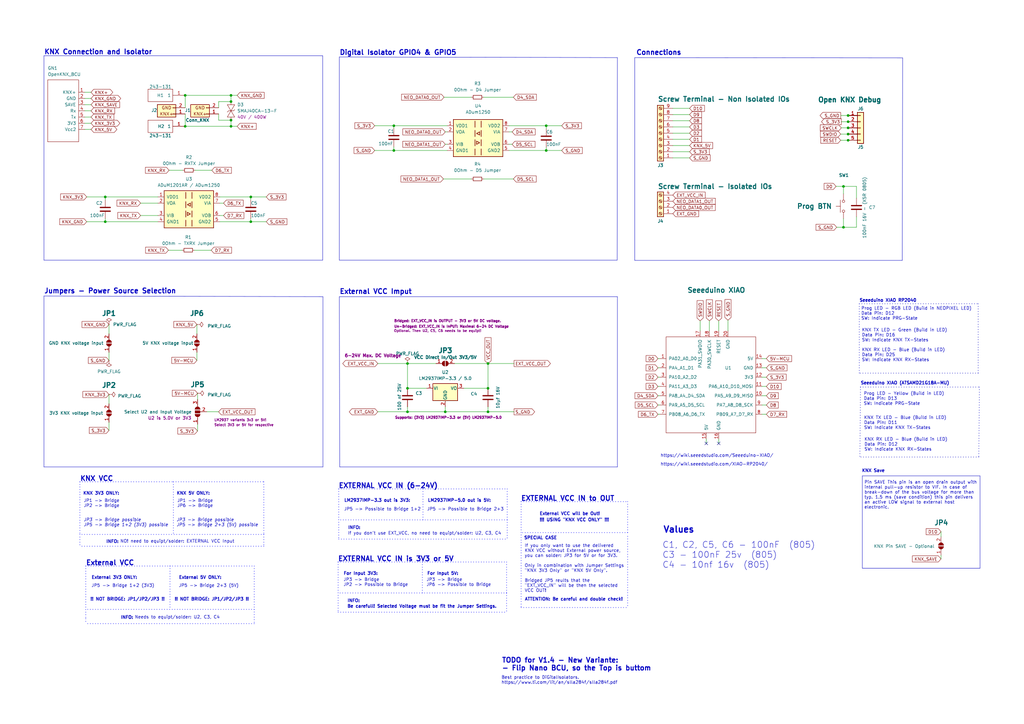
<source format=kicad_sch>
(kicad_sch (version 20230121) (generator eeschema)
  (paper "A3")
  (title_block (title "KNEoPix") (date "2023-02-12") (rev "1.3") (company "OpenKNX") (comment 2 "URL: https://github.com/OpenKNX") (comment 3 "Author: Erkan Çolak"))
  (lib_symbols
    (symbol "KNeoPix.symbols:243-131" (pin_names (offset 0.762))
      (property "Reference" "H" (at 16.51 7.62 0))
      (property "Value" "243-131" (at 16.51 5.08 0))
      (symbol "243-131_0_0"
        (pin passive line (at 0 0 0) (length 5.08) (name "1") (number "1"))
      )
    )
    (symbol "KNeoPix.symbols:ADuM1201AR" (pin_names (offset 1.016))
      (property "Reference" "U" (at -10.16 8.89 0))
      (property "Value" "ADuM1201AR" (at -2.032 8.89 0))
      (symbol "ADuM1201AR_1_1"
        (pin power_in line (at -12.7 5.08 0) (length 2.54) (name "VDD1") (number "1"))
        (pin output line (at -12.7 2.54 0) (length 2.54) (name "VOA") (number "2"))
        (pin input line (at -12.7 -2.54 0) (length 2.54) (name "VIB") (number "3"))
        (pin power_in line (at -12.7 -5.08 0) (length 2.54) (name "GND1") (number "4"))
        (pin power_in line (at 12.7 -5.08 180) (length 2.54) (name "GND2") (number "5"))
        (pin output line (at 12.7 -2.54 180) (length 2.54) (name "VOB") (number "6"))
        (pin input line (at 12.7 2.54 180) (length 2.54) (name "VIA") (number "7"))
        (pin power_in line (at 12.7 5.08 180) (length 2.54) (name "VDD2") (number "8"))
      )
    )
    (symbol "KNeoPix.symbols:C" (pin_numbers hide) (pin_names (offset 0.254))
      (property "Reference" "C" (at 0.635 2.54 0))
      (property "Value" "C" (at 0.635 -2.54 0))
      (symbol "C_1_1"
        (pin passive line (at 0 3.81 270) (length 2.794) (name "~") (number "1"))
        (pin passive line (at 0 -3.81 90) (length 2.794) (name "~") (number "2"))
      )
    )
    (symbol "KNeoPix.symbols:Conn_01x05" (pin_names (offset 1.016) hide)
      (property "Reference" "J" (at 0 7.62 0))
      (property "Value" "Conn_01x05" (at 0 -7.62 0))
      (symbol "Conn_01x05_1_1"
        (pin passive line (at -5.08 5.08 0) (length 3.81) (name "Pin_1") (number "1"))
        (pin passive line (at -5.08 2.54 0) (length 3.81) (name "Pin_2") (number "2"))
        (pin passive line (at -5.08 0 0) (length 3.81) (name "Pin_3") (number "3"))
        (pin passive line (at -5.08 -2.54 0) (length 3.81) (name "Pin_4") (number "4"))
        (pin passive line (at -5.08 -5.08 0) (length 3.81) (name "Pin_5") (number "5"))
      )
    )
    (symbol "KNeoPix.symbols:Conn_KNX" (pin_names (offset 1.016) hide)
      (property "Reference" "J" (at 0 2.54 0))
      (property "Value" "Conn_KNX" (at 0 -5.08 0))
      (symbol "Conn_KNX_0_0"
        (text "GND" (at 2.54 -2.54 0) (effects (font (size 1.27 1.27))))
        (text "KNX+" (at 2.54 0 0) (effects (font (size 1.27 1.27))))
      )
      (symbol "Conn_KNX_1_1"
        (pin passive line (at -5.08 0 0) (length 3.81) (name "Pin_1") (number "1"))
        (pin passive line (at -5.08 -2.54 0) (length 3.81) (name "Pin_2") (number "2"))
      )
    )
    (symbol "KNeoPix.symbols:LM2937xMP" (pin_names (offset 0.254))
      (property "Reference" "U" (at -3.81 3.175 0))
      (property "Value" "LM2937xMP" (at 0 3.175 0))
      (symbol "LM2937xMP_1_1"
        (pin power_in line (at -7.62 0 0) (length 2.54) (name "VI") (number "1"))
        (pin power_in line (at 0 -7.62 90) (length 2.54) (name "GND") (number "2"))
        (pin power_out line (at 7.62 0 180) (length 2.54) (name "VO") (number "3"))
      )
    )
    (symbol "KNeoPix.symbols:OpenKNX_BCU" (pin_names (offset 1.016))
      (property "Reference" "GN" (at -5.08 13.97 0))
      (property "Value" "OpenKNX_BCU" (at -3.175 0 90))
      (symbol "OpenKNX_BCU_1_1"
        (pin bidirectional line (at 8.89 7.62 180) (length 2.54) (name "KNX+") (number "1"))
        (pin bidirectional line (at 8.89 5.08 180) (length 2.54) (name "GND") (number "2"))
        (pin output line (at 8.89 2.54 180) (length 2.54) (name "SAVE") (number "3"))
        (pin input line (at 8.89 0 180) (length 2.54) (name "Rx") (number "4"))
        (pin output line (at 8.89 -2.54 180) (length 2.54) (name "Tx") (number "5"))
        (pin power_out line (at 8.89 -5.08 180) (length 2.54) (name "3V3") (number "6"))
        (pin power_out line (at 8.89 -7.62 180) (length 2.54) (name "Vcc2") (number "7"))
      )
    )
    (symbol "KNeoPix.symbols:R_Small" (pin_numbers hide) (pin_names (offset 0.254) hide)
      (property "Reference" "R" (at 0.762 0.508 0))
      (property "Value" "R_Small" (at 0.762 -1.016 0))
      (symbol "R_Small_1_1"
        (pin passive line (at 0 2.54 270) (length 0.762) (name "~") (number "1"))
        (pin passive line (at 0 -2.54 90) (length 0.762) (name "~") (number "2"))
      )
    )
    (symbol "KNeoPix.symbols:SMAJ40CA-13-F" (pin_numbers hide) (pin_names (offset 1.016) hide)
      (property "Reference" "D" (at 2.54 8.89 0))
      (property "Value" "SMAJ40CA-13-F" (at 3.81 5.08 0))
      (property "Rating" "40V / 400W" (at 3.81 7.62 0))
      (symbol "SMAJ40CA-13-F_1_1"
        (pin passive line (at 0 2.54 0) (length 1.27) (name "A") (number "A"))
        (pin passive line (at 7.62 2.54 180) (length 1.27) (name "C") (number "C"))
      )
    )
    (symbol "KNeoPix.symbols:SW_Push" (pin_numbers hide) (pin_names (offset 1.016) hide)
      (property "Reference" "SW" (at 1.27 2.54 0))
      (property "Value" "SW_Push" (at 0 -1.524 0))
      (symbol "SW_Push_0_1"
        (pin passive line (at -5.08 0 0) (length 2.54) (name "1") (number "1"))
        (pin passive line (at 5.08 0 180) (length 2.54) (name "2") (number "2"))
      )
    )
    (symbol "KNeoPix.symbols:Screw_Terminal_01x04" (pin_names (offset 1.016) hide)
      (property "Reference" "J" (at 0 5.08 0))
      (property "Value" "Screw_Terminal_01x04" (at 0 -7.62 0))
      (symbol "Screw_Terminal_01x04_1_1"
        (pin passive line (at -5.08 2.54 0) (length 3.81) (name "Pin_1") (number "1"))
        (pin passive line (at -5.08 0 0) (length 3.81) (name "Pin_2") (number "2"))
        (pin passive line (at -5.08 -2.54 0) (length 3.81) (name "Pin_3") (number "3"))
        (pin passive line (at -5.08 -5.08 0) (length 3.81) (name "Pin_4") (number "4"))
      )
    )
    (symbol "KNeoPix.symbols:Screw_Terminal_01x09" (pin_names (offset 1.016) hide)
      (property "Reference" "J" (at 0 12.7 0))
      (property "Value" "Screw_Terminal_01x09" (at 0 -12.7 0))
      (symbol "Screw_Terminal_01x09_1_1"
        (pin passive line (at -5.08 10.16 0) (length 3.81) (name "Pin_1") (number "1"))
        (pin passive line (at -5.08 7.62 0) (length 3.81) (name "Pin_2") (number "2"))
        (pin passive line (at -5.08 5.08 0) (length 3.81) (name "Pin_3") (number "3"))
        (pin passive line (at -5.08 2.54 0) (length 3.81) (name "Pin_4") (number "4"))
        (pin passive line (at -5.08 0 0) (length 3.81) (name "Pin_5") (number "5"))
        (pin passive line (at -5.08 -2.54 0) (length 3.81) (name "Pin_6") (number "6"))
        (pin passive line (at -5.08 -5.08 0) (length 3.81) (name "Pin_7") (number "7"))
        (pin passive line (at -5.08 -7.62 0) (length 3.81) (name "Pin_8") (number "8"))
        (pin passive line (at -5.08 -10.16 0) (length 3.81) (name "Pin_9") (number "9"))
      )
    )
    (symbol "KNeoPix.symbols:SeeeduinoXIAO" (pin_names (offset 1.016))
      (property "Reference" "U1" (at 5.08 7.62 0))
      (property "Value" "Seeeduino XIAO" (at -10.541 39.497 0))
      (symbol "SeeeduinoXIAO_1_1"
        (pin bidirectional line (at -21.59 11.43 0) (length 2.54) (name "PA02_A0_D0") (number "1"))
        (pin bidirectional line (at 20.32 -3.81 180) (length 2.54) (name "PA5_A9_D9_MISO") (number "10"))
        (pin bidirectional line (at 20.32 0 180) (length 2.54) (name "PA6_A10_D10_MOSI") (number "11"))
        (pin power_out line (at 20.32 3.81 180) (length 2.54) (name "3V3") (number "12"))
        (pin power_in line (at 20.32 7.62 180) (length 2.54) (name "GND") (number "13"))
        (pin power_in line (at 20.32 11.43 180) (length 2.54) (name "5V") (number "14"))
        (pin input line (at -2.54 -21.59 90) (length 2.54) (name "5V") (number "15"))
        (pin input line (at 2.54 -21.59 90) (length 2.54) (name "GND") (number "16"))
        (pin input line (at -5.08 22.86 270) (length 2.54) (name "PA31_SWDIO") (number "17"))
        (pin input line (at -1.27 22.86 270) (length 2.54) (name "PA30_SWCLK") (number "18"))
        (pin input line (at 2.54 22.86 270) (length 2.54) (name "RESET") (number "19"))
        (pin bidirectional line (at -21.59 7.62 0) (length 2.54) (name "PA4_A1_D1") (number "2"))
        (pin input line (at 6.35 22.86 270) (length 2.54) (name "GND") (number "20"))
        (pin bidirectional line (at -21.59 3.81 0) (length 2.54) (name "PA10_A2_D2") (number "3"))
        (pin bidirectional line (at -21.59 0 0) (length 2.54) (name "PA11_A3_D3") (number "4"))
        (pin bidirectional line (at -21.59 -3.81 0) (length 2.54) (name "PA8_A4_D4_SDA") (number "5"))
        (pin bidirectional line (at -21.59 -7.62 0) (length 2.54) (name "PA9_A5_D5_SCL") (number "6"))
        (pin bidirectional line (at -21.59 -11.43 0) (length 2.54) (name "PB08_A6_D6_TX") (number "7"))
        (pin bidirectional line (at 20.32 -11.43 180) (length 2.54) (name "PB09_A7_D7_RX") (number "8"))
        (pin bidirectional line (at 20.32 -7.62 180) (length 2.54) (name "PA7_A8_D8_SCK") (number "9"))
      )
    )
    (symbol "KNeoPix.symbols:SolderJumper_2_Open" (pin_names (offset 0) hide)
      (property "Reference" "JP" (at 0 2.032 0))
      (property "Value" "SolderJumper_2_Open" (at 0 -2.54 0))
      (symbol "SolderJumper_2_Open_1_1"
        (pin passive line (at -3.81 0 0) (length 2.54) (name "A") (number "1"))
        (pin passive line (at 3.81 0 180) (length 2.54) (name "B") (number "2"))
      )
    )
    (symbol "KNeoPix.symbols:SolderJumper_3_Open" (pin_names (offset 0) hide)
      (property "Reference" "JP" (at -2.54 -2.54 0))
      (property "Value" "SolderJumper_3_Open" (at 0 2.794 0))
      (symbol "SolderJumper_3_Open_1_1"
        (pin passive line (at -5.08 0 0) (length 2.54) (name "A") (number "1"))
        (pin passive line (at 0 -3.81 90) (length 2.54) (name "C") (number "2"))
        (pin passive line (at 5.08 0 180) (length 2.54) (name "B") (number "3"))
      )
    )
    (symbol "PCM_4ms_Power-symbol:PWR_FLAG" (power) (pin_numbers hide) (pin_names (offset 0) hide)
      (property "Value" "PWR_FLAG" (at 0 3.81 0))
      (symbol "PWR_FLAG_0_0"
        (pin power_out line (at 0 0 90) (length 0) (name "pwr") (number "1"))
      )
    )
  )
  (junction (at 224.028 61.722))
  (junction (at 102.87 80.772))
  (junction (at 43.18 80.772))
  (junction (at 200.152 168.91))
  (junction (at 161.544 51.562))
  (junction (at 94.742 39.116))
  (junction (at 102.87 90.932))
  (junction (at 75.946 51.816))
  (junction (at 94.742 41.656))
  (junction (at 43.18 90.932))
  (junction (at 94.742 51.816))
  (junction (at 345.948 76.454))
  (junction (at 345.948 93.218))
  (junction (at 347.853 52.451))
  (junction (at 161.544 61.722))
  (junction (at 347.853 57.531))
  (junction (at 94.742 49.276))
  (junction (at 200.152 159.258))
  (junction (at 167.132 149.098))
  (junction (at 167.132 168.91))
  (junction (at 347.853 47.371))
  (junction (at 347.853 49.911))
  (junction (at 347.853 54.991))
  (junction (at 75.946 39.116))
  (junction (at 224.028 51.562))
  (junction (at 200.152 149.098))
  (junction (at 182.626 168.91))
  (junction (at 167.132 159.258))
  (no_connect (at 289.687 181.864))
  (no_connect (at 294.767 181.864))
  (polyline (pts (xy 401.447 187.452) (xy 352.679 187.452)) (stroke (width 0.25) (type dot)))
  (wire (pts (xy 269.875 169.926) (xy 270.637 169.926)))
  (polyline (pts (xy 138.684 230.505) (xy 173.228 230.505)) (stroke (width 0.25) (type dot) (color 0 0 255 1)))
  (polyline (pts (xy 132.461 191.516) (xy 18.034 191.516)))
  (polyline (pts (xy 138.684 230.505) (xy 138.684 251.079)) (stroke (width 0.25) (type dot) (color 0 0 255 1)))
  (wire (pts (xy 90.17 88.392) (xy 91.694 88.392)))
  (polyline (pts (xy 260.35 23.622) (xy 260.35 106.807)))
  (wire (pts (xy 269.875 158.496) (xy 270.637 158.496)))
  (polyline (pts (xy 35.179 232.156) (xy 35.179 253.746)) (stroke (width 0.25) (type dot) (color 0 0 255 1)))
  (wire (pts (xy 37.338 42.926) (xy 34.798 42.926)))
  (wire (pts (xy 344.805 57.531) (xy 347.853 57.531)))
  (wire (pts (xy 200.152 168.91) (xy 200.152 166.878)))
  (wire (pts (xy 282.829 44.45) (xy 275.971 44.45)))
  (wire (pts (xy 287.147 131.572) (xy 287.147 135.636)))
  (polyline (pts (xy 401.193 124.587) (xy 401.193 153.035)) (stroke (width 0.25) (type dot)))
  (wire (pts (xy 154.94 168.91) (xy 167.132 168.91)))
  (wire (pts (xy 351.282 93.218) (xy 345.948 93.218)))
  (wire (pts (xy 182.118 39.878) (xy 193.294 39.878)))
  (polyline (pts (xy 352.933 158.75) (xy 401.701 158.75)) (stroke (width 0.25) (type dot)))
  (polyline (pts (xy 208.026 213.233) (xy 208.026 221.107)) (stroke (width 0.25) (type dot) (color 0 0 255 1)))
  (wire (pts (xy 183.388 54.102) (xy 182.626 54.102)))
  (polyline (pts (xy 248.285 205.74) (xy 257.429 205.74)) (stroke (width 0.25) (type dot) (color 0 0 255 1)))
  (wire (pts (xy 190.246 159.258) (xy 200.152 159.258)))
  (wire (pts (xy 167.132 168.91) (xy 182.626 168.91)))
  (polyline (pts (xy 104.267 232.156) (xy 104.267 249.936)) (stroke (width 0.25) (type dot) (color 0 0 255 1)))
  (wire (pts (xy 269.875 147.066) (xy 270.637 147.066)))
  (polyline (pts (xy 139.192 121.666) (xy 253.238 121.666)))
  (polyline (pts (xy 132.334 22.86) (xy 132.334 106.68)))
  (wire (pts (xy 89.662 41.656) (xy 94.742 41.656)))
  (wire (pts (xy 161.544 61.722) (xy 153.67 61.722)))
  (wire (pts (xy 79.756 102.616) (xy 86.614 102.616)))
  (wire (pts (xy 269.875 150.876) (xy 270.637 150.876)))
  (wire (pts (xy 35.56 90.932) (xy 43.18 90.932)))
  (wire (pts (xy 75.946 51.816) (xy 94.742 51.816)))
  (wire (pts (xy 161.544 52.578) (xy 161.544 51.562)))
  (wire (pts (xy 34.798 50.546) (xy 37.338 50.546)))
  (polyline (pts (xy 139.192 23.368) (xy 139.192 106.68)))
  (wire (pts (xy 182.626 166.878) (xy 182.626 168.91)))
  (wire (pts (xy 298.577 131.318) (xy 298.577 135.636)))
  (polyline (pts (xy 401.701 158.75) (xy 401.447 187.452)) (stroke (width 0.25) (type dot)))
  (wire (pts (xy 43.18 82.042) (xy 43.18 80.772)))
  (polyline (pts (xy 18.034 121.412) (xy 18.034 191.516)))
  (polyline (pts (xy 257.429 218.44) (xy 213.995 218.44)) (stroke (width 0.25) (type dot) (color 0 0 255 1)))
  (wire (pts (xy 230.378 61.722) (xy 224.028 61.722)))
  (wire (pts (xy 69.342 69.85) (xy 74.93 69.85)))
  (polyline (pts (xy 213.741 205.74) (xy 248.285 205.74)) (stroke (width 0.25) (type dot) (color 0 0 255 1)))
  (wire (pts (xy 269.875 166.116) (xy 270.637 166.116)))
  (wire (pts (xy 89.662 44.196) (xy 89.662 41.656)))
  (wire (pts (xy 89.662 49.276) (xy 94.742 49.276)))
  (wire (pts (xy 44.704 136.906) (xy 44.704 133.096)))
  (wire (pts (xy 351.282 76.454) (xy 345.948 76.454)))
  (wire (pts (xy 208.788 61.722) (xy 224.028 61.722)))
  (polyline (pts (xy 104.267 255.778) (xy 35.179 255.778)) (stroke (width 0.25) (type dot) (color 0 0 255 1)))
  (wire (pts (xy 344.805 54.991) (xy 347.853 54.991)))
  (wire (pts (xy 269.875 154.686) (xy 270.637 154.686)))
  (wire (pts (xy 282.829 46.99) (xy 275.971 46.99)))
  (polyline (pts (xy 104.267 249.936) (xy 104.267 255.778)) (stroke (width 0.25) (type dot) (color 0 0 255 1)))
  (wire (pts (xy 181.864 73.406) (xy 193.294 73.406)))
  (wire (pts (xy 43.18 80.772) (xy 64.77 80.772)))
  (polyline (pts (xy 173.482 200.533) (xy 173.482 213.233)) (stroke (width 0.25) (type dot) (color 0 0 255 1)))
  (wire (pts (xy 44.704 165.608) (xy 44.704 161.798)))
  (wire (pts (xy 44.704 147.828) (xy 44.704 144.526)))
  (wire (pts (xy 282.829 54.61) (xy 275.971 54.61)))
  (wire (pts (xy 161.544 51.562) (xy 183.388 51.562)))
  (polyline (pts (xy 69.723 232.156) (xy 104.267 232.156)) (stroke (width 0.25) (type dot) (color 0 0 255 1)))
  (wire (pts (xy 182.626 59.182) (xy 183.388 59.182)))
  (wire (pts (xy 34.798 45.466) (xy 37.338 45.466)))
  (polyline (pts (xy 139.192 23.368) (xy 253.238 23.622)))
  (wire (pts (xy 167.132 166.878) (xy 167.132 168.91)))
  (wire (pts (xy 345.059 52.451) (xy 347.853 52.451)))
  (wire (pts (xy 351.282 88.9) (xy 351.282 93.218)))
  (wire (pts (xy 290.957 131.572) (xy 290.957 135.636)))
  (polyline (pts (xy 253.111 106.68) (xy 253.238 23.622)))
  (polyline (pts (xy 138.684 251.079) (xy 207.772 251.079)) (stroke (width 0.25) (type dot) (color 0 0 255 1)))
  (wire (pts (xy 167.132 159.258) (xy 175.006 159.258)))
  (wire (pts (xy 90.17 80.772) (xy 102.87 80.772)))
  (polyline (pts (xy 257.429 219.964) (xy 257.429 249.174)) (stroke (width 0.25) (type dot) (color 0 0 255 1)))
  (wire (pts (xy 102.87 82.042) (xy 102.87 80.772)))
  (wire (pts (xy 75.946 44.196) (xy 75.946 39.116)))
  (wire (pts (xy 94.742 49.276) (xy 94.742 51.816)))
  (wire (pts (xy 314.325 154.686) (xy 312.547 154.686)))
  (polyline (pts (xy 35.179 253.746) (xy 35.179 255.778)) (stroke (width 0.25) (type dot) (color 0 0 255 1)))
  (wire (pts (xy 210.82 168.91) (xy 200.152 168.91)))
  (wire (pts (xy 224.028 60.452) (xy 224.028 61.722)))
  (wire (pts (xy 345.948 89.662) (xy 345.948 93.218)))
  (polyline (pts (xy 253.238 191.516) (xy 139.319 191.516)))
  (wire (pts (xy 208.788 51.562) (xy 224.028 51.562)))
  (wire (pts (xy 81.026 161.29) (xy 81.026 163.83)))
  (wire (pts (xy 282.829 64.77) (xy 275.971 64.77)))
  (polyline (pts (xy 257.429 205.74) (xy 257.429 218.44)) (stroke (width 0.25) (type dot) (color 0 0 255 1)))
  (polyline (pts (xy 173.228 230.505) (xy 173.228 243.205)) (stroke (width 0.25) (type dot) (color 0 0 255 1)))
  (polyline (pts (xy 139.192 106.68) (xy 253.111 106.68)))
  (polyline (pts (xy 32.766 197.612) (xy 71.12 197.612)) (stroke (width 0.25) (type dot) (color 0 0 255 1)))
  (wire (pts (xy 34.798 37.846) (xy 37.338 37.846)))
  (wire (pts (xy 208.788 59.182) (xy 210.058 59.182)))
  (wire (pts (xy 102.87 89.662) (xy 102.87 90.932)))
  (polyline (pts (xy 18.034 22.86) (xy 18.034 106.68)))
  (wire (pts (xy 345.948 93.218) (xy 343.154 93.218)))
  (wire (pts (xy 81.026 176.784) (xy 81.026 173.99)))
  (polyline (pts (xy 208.026 213.233) (xy 139.192 213.233)) (stroke (width 0.25) (type dot) (color 0 0 255 1)))
  (wire (pts (xy 314.325 158.496) (xy 312.547 158.496)))
  (polyline (pts (xy 132.334 106.68) (xy 18.034 106.68)))
  (wire (pts (xy 94.742 51.816) (xy 97.282 51.816)))
  (wire (pts (xy 94.742 39.116) (xy 97.282 39.116)))
  (wire (pts (xy 57.658 83.312) (xy 64.77 83.312)))
  (wire (pts (xy 282.829 52.07) (xy 275.971 52.07)))
  (polyline (pts (xy 208.026 200.533) (xy 208.026 213.233)) (stroke (width 0.25) (type dot) (color 0 0 255 1)))
  (polyline (pts (xy 173.228 230.505) (xy 207.772 230.505)) (stroke (width 0.25) (type dot) (color 0 0 255 1)))
  (wire (pts (xy 282.829 59.69) (xy 275.971 59.69)))
  (wire (pts (xy 345.948 79.502) (xy 345.948 76.454)))
  (wire (pts (xy 312.547 150.876) (xy 314.325 150.876)))
  (wire (pts (xy 345.059 49.911) (xy 347.853 49.911)))
  (polyline (pts (xy 132.461 121.666) (xy 132.461 191.516)))
  (wire (pts (xy 294.767 131.572) (xy 294.767 135.636)))
  (polyline (pts (xy 71.12 197.612) (xy 71.12 219.202)) (stroke (width 0.25) (type dot) (color 0 0 255 1)))
  (polyline (pts (xy 260.35 23.622) (xy 370.205 23.749)))
  (wire (pts (xy 154.94 149.098) (xy 167.132 149.098)))
  (polyline (pts (xy 18.034 121.412) (xy 132.461 121.666)))
  (polyline (pts (xy 138.938 200.533) (xy 173.482 200.533)) (stroke (width 0.25) (type dot) (color 0 0 255 1)))
  (wire (pts (xy 345.948 76.454) (xy 342.9 76.454)))
  (wire (pts (xy 43.18 90.932) (xy 64.77 90.932)))
  (wire (pts (xy 230.378 51.562) (xy 224.028 51.562)))
  (wire (pts (xy 75.946 46.736) (xy 75.946 51.816)))
  (wire (pts (xy 198.374 73.406) (xy 210.566 73.406)))
  (wire (pts (xy 186.436 149.098) (xy 200.152 149.098)))
  (wire (pts (xy 182.626 168.91) (xy 200.152 168.91)))
  (wire (pts (xy 161.544 60.198) (xy 161.544 61.722)))
  (wire (pts (xy 34.798 40.386) (xy 37.338 40.386)))
  (wire (pts (xy 34.798 48.006) (xy 37.338 48.006)))
  (wire (pts (xy 80.01 69.85) (xy 86.868 69.85)))
  (wire (pts (xy 210.82 149.098) (xy 200.152 149.098)))
  (polyline (pts (xy 104.267 249.936) (xy 35.433 249.936)) (stroke (width 0.25) (type dot) (color 0 0 255 1)))
  (wire (pts (xy 200.152 159.258) (xy 200.152 149.098)))
  (polyline (pts (xy 213.741 249.174) (xy 257.429 249.174)) (stroke (width 0.25) (type dot) (color 0 0 255 1)))
  (wire (pts (xy 90.17 83.312) (xy 91.694 83.312)))
  (polyline (pts (xy 353.695 195.199) (xy 401.955 195.199)))
  (polyline (pts (xy 353.695 195.199) (xy 353.695 233.045)))
  (wire (pts (xy 294.767 181.864) (xy 294.767 180.086)))
  (polyline (pts (xy 71.12 197.612) (xy 108.204 197.612)) (stroke (width 0.25) (type dot) (color 0 0 255 1)))
  (wire (pts (xy 198.374 39.878) (xy 210.566 39.878)))
  (wire (pts (xy 385.953 218.059) (xy 385.953 220.091)))
  (polyline (pts (xy 401.193 153.035) (xy 352.425 153.035)) (stroke (width 0.25) (type dot)))
  (polyline (pts (xy 260.35 106.807) (xy 370.078 106.807)))
  (wire (pts (xy 75.946 39.116) (xy 94.742 39.116)))
  (polyline (pts (xy 213.741 205.74) (xy 213.741 249.174)) (stroke (width 0.25) (type dot) (color 0 0 255 1)))
  (polyline (pts (xy 207.772 243.205) (xy 207.772 251.079)) (stroke (width 0.25) (type dot) (color 0 0 255 1)))
  (wire (pts (xy 208.788 54.102) (xy 210.058 54.102)))
  (wire (pts (xy 312.547 147.066) (xy 314.325 147.066)))
  (wire (pts (xy 44.704 176.53) (xy 44.704 173.228)))
  (wire (pts (xy 109.22 80.772) (xy 102.87 80.772)))
  (wire (pts (xy 90.17 90.932) (xy 102.87 90.932)))
  (polyline (pts (xy 138.938 221.107) (xy 208.026 221.107)) (stroke (width 0.25) (type dot) (color 0 0 255 1)))
  (polyline (pts (xy 108.204 219.202) (xy 108.204 224.028)) (stroke (width 0.25) (type dot) (color 0 0 255 1)))
  (wire (pts (xy 314.325 162.306) (xy 312.547 162.306)))
  (polyline (pts (xy 370.078 106.807) (xy 370.205 23.749)))
  (wire (pts (xy 43.18 89.662) (xy 43.18 90.932)))
  (wire (pts (xy 109.22 90.932) (xy 102.87 90.932)))
  (wire (pts (xy 183.388 61.722) (xy 161.544 61.722)))
  (wire (pts (xy 344.805 47.371) (xy 347.853 47.371)))
  (polyline (pts (xy 35.179 232.156) (xy 69.723 232.156)) (stroke (width 0.25) (type dot) (color 0 0 255 1)))
  (wire (pts (xy 269.875 162.306) (xy 270.637 162.306)))
  (wire (pts (xy 89.662 168.91) (xy 84.836 168.91)))
  (wire (pts (xy 57.658 88.392) (xy 64.77 88.392)))
  (polyline (pts (xy 207.772 230.505) (xy 207.772 243.205)) (stroke (width 0.25) (type dot) (color 0 0 255 1)))
  (polyline (pts (xy 108.204 197.612) (xy 108.204 219.202)) (stroke (width 0.25) (type dot) (color 0 0 255 1)))
  (polyline (pts (xy 352.425 124.587) (xy 401.193 124.587)) (stroke (width 0.25) (type dot)))
  (polyline (pts (xy 207.772 243.205) (xy 138.938 243.205)) (stroke (width 0.25) (type dot) (color 0 0 255 1)))
  (polyline (pts (xy 138.938 200.533) (xy 138.938 221.107)) (stroke (width 0.25) (type dot) (color 0 0 255 1)))
  (wire (pts (xy 167.132 149.098) (xy 167.132 159.258)))
  (wire (pts (xy 94.742 41.656) (xy 94.742 39.116)))
  (polyline (pts (xy 32.766 219.202) (xy 32.766 224.028)) (stroke (width 0.25) (type dot) (color 0 0 255 1)))
  (wire (pts (xy 282.829 62.23) (xy 275.971 62.23)))
  (wire (pts (xy 289.687 181.864) (xy 289.687 180.086)))
  (wire (pts (xy 69.088 102.616) (xy 74.676 102.616)))
  (wire (pts (xy 351.282 81.28) (xy 351.282 76.454)))
  (wire (pts (xy 89.662 46.736) (xy 89.662 49.276)))
  (wire (pts (xy 224.028 52.832) (xy 224.028 51.562)))
  (polyline (pts (xy 352.933 158.75) (xy 352.679 187.452)) (stroke (width 0.25) (type dot)))
  (wire (pts (xy 282.829 57.15) (xy 275.971 57.15)))
  (polyline (pts (xy 108.204 219.202) (xy 33.02 219.202)) (stroke (width 0.25) (type dot) (color 0 0 255 1)))
  (wire (pts (xy 314.325 169.926) (xy 312.547 169.926)))
  (polyline (pts (xy 69.723 232.156) (xy 69.723 249.936)) (stroke (width 0.25) (type dot) (color 0 0 255 1)))
  (wire (pts (xy 178.816 149.098) (xy 167.132 149.098)))
  (wire (pts (xy 314.325 166.116) (xy 312.547 166.116)))
  (wire (pts (xy 153.67 51.562) (xy 161.544 51.562)))
  (wire (pts (xy 35.56 80.772) (xy 43.18 80.772)))
  (polyline (pts (xy 401.955 195.199) (xy 401.955 233.045)))
  (wire (pts (xy 282.829 49.53) (xy 275.971 49.53)))
  (polyline (pts (xy 32.766 197.612) (xy 32.766 219.202)) (stroke (width 0.25) (type dot) (color 0 0 255 1)))
  (wire (pts (xy 37.338 53.086) (xy 34.798 53.086)))
  (polyline (pts (xy 108.204 224.028) (xy 32.766 224.028)) (stroke (width 0.25) (type dot) (color 0 0 255 1)))
  (polyline (pts (xy 401.955 233.045) (xy 353.695 233.045)))
  (polyline (pts (xy 139.192 121.666) (xy 139.319 191.516)))
  (polyline (pts (xy 253.238 121.666) (xy 253.238 191.516)))
  (wire (pts (xy 80.772 133.096) (xy 80.772 136.906)))
  (polyline (pts (xy 173.482 200.533) (xy 208.026 200.533)) (stroke (width 0.25) (type dot) (color 0 0 255 1)))
  (wire (pts (xy 385.953 229.235) (xy 385.953 227.711)))
  (wire (pts (xy 80.772 147.828) (xy 80.772 144.526)))
  (polyline (pts (xy 352.425 124.587) (xy 352.425 153.035)) (stroke (width 0.25) (type dot)))
  (polyline (pts (xy 18.034 22.86) (xy 132.334 22.86)))
  (text "For Input 5V:" (at 175.133 236.093 0) (effects (font (size 1.27 1.27) (thickness 0.254) bold) (justify left bottom)))
  (text "External 3V3 ONLY:" (at 37.465 237.744 0) (effects (font (size 1.27 1.27) (thickness 0.254) bold) (justify left bottom)))
  (text "EXTERNAL VCC IN is 3V3 or 5V" (at 138.557 230.505 0) (effects (font (size 2 2) bold) (justify left bottom)))
  (text "KNX VCC" (at 32.766 197.612 0) (effects (font (size 2 2) bold) (justify left bottom)))
  (text "C1, C2, C5, C6 - 100nF  (805)\nC3 - 100nF 25v  (805)\nC4 - 10nf 16v  (805)" (at 271.653 233.299 0) (effects (font (size 2.54 2.54)) (justify left bottom)))
  (text "KNX TX LED - Blue (Build in LED)\nData Pin: D11\nSW: Indicate KNX TX-States" (at 354.33 176.276 0) (effects (font (size 1.27 1.27)) (justify left bottom)))
  (text "JP5 -> Bridge 2+3 (5V)\n" (at 73.279 241.046 0) (effects (font (size 1.27 1.27)) (justify left bottom)))
  (text "External VCC" (at 35.179 232.156 0) (effects (font (size 2 2) bold) (justify left bottom)))
  (text "External VCC Imput" (at 139.192 120.904 0) (effects (font (size 2 2) bold) (justify left bottom)))
  (text "LM2937IMP-3.3 out is 3V3:" (at 141.097 206.121 0) (effects (font (size 1.27 1.27) (thickness 0.254) bold) (justify left bottom)))
  (text "!!! USING \"KNX VCC ONLY\" !!!" (at 221.234 214.122 0) (effects (font (size 1.27 1.27) (thickness 0.254) bold) (justify left bottom)))
  (text "Be carefull! Selected Voltage must be fit the Jumper Settings. " (at 142.367 249.555 0) (effects (font (size 1.27 1.27) (thickness 0.254) bold) (justify left bottom)))
  (text "Jumpers - Power Source Selection" (at 18.034 120.65 0) (effects (font (size 2 2) bold) (justify left bottom)))
  (text "JP3 -> Bridge\nJP6 -> Possible to Bridge" (at 174.879 240.665 0) (effects (font (size 1.27 1.27)) (justify left bottom)))
  (text "!! NOT BRIDGE: JP1/JP2/JP3 !!" (at 36.957 246.634 0) (effects (font (size 1.27 1.27) (thickness 0.254) bold) (justify left bottom)))
  (text "INFO:" (at 147.955 217.297 0) (effects (font (size 1.27 1.27) (thickness 0.254) bold) (justify right bottom)))
  (text "Digital Isolator GPIO4 & GPIO5" (at 139.192 22.86 0) (effects (font (size 2 2) bold) (justify left bottom)))
  (text "For Input 3V3:" (at 140.843 236.093 0) (effects (font (size 1.27 1.27) (thickness 0.254) bold) (justify left bottom)))
  (text "LM2937IMP-5.0 out is 5V:" (at 175.387 206.121 0) (effects (font (size 1.27 1.27) (thickness 0.254) bold) (justify left bottom)))
  (text "Seeeduino XIAO RP2040 " (at 352.425 124.079 0) (effects (font (size 1.27 1.27) (thickness 0.254) bold) (justify left bottom)))
  (text "JP1 -> Bridge\nJP2 -> Bridge" (at 34.29 208.28 0) (effects (font (size 1.27 1.27)) (justify left bottom)))
  (text "Prog LED - RGB LED (Build in NEOPIXEL LED)\nData Pin: D12\nSW: Indicate PRG-State" (at 353.187 131.445 0) (effects (font (size 1.27 1.27)) (justify left bottom)))
  (text "INFO:" (at 54.737 254.127 0) (effects (font (size 1.27 1.27) (thickness 0.254) bold) (justify right bottom)))
  (text "Pin SAVE This pin is an open drain output with\ninternal pull-up resistor to VIF. In case of \nbreak-down of the bus voltage for more than \ntyp. 1.5 ms (save condition) this pin delivers \nan active LOW signal to external host \nelectronic." (at 354.457 208.915 0) (effects (font (size 1.27 1.27)) (justify left bottom)))
  (text "INFO:" (at 48.768 223.012 0) (effects (font (size 1.27 1.27) (thickness 0.254) bold) (justify right bottom)))
  (text "KNX Connection and Isolator" (at 18.034 22.606 0) (effects (font (size 2 2) bold) (justify left bottom)))
  (text "https://wiki.seeedstudio.com/XIAO-RP2040/" (at 270.891 191.262 0) (effects (font (size 1.27 1.27)) (justify left bottom)))
  (text "NO! need to equipt/solder: EXTERNAL VCC Input" (at 49.276 222.885 0) (effects (font (size 1.27 1.27)) (justify left bottom)))
  (text "JP3 -> Bridge\nJP2 -> Possible to Bridge" (at 140.843 240.665 0) (effects (font (size 1.27 1.27)) (justify left bottom)))
  (text "JP5 -> Bridge 1+2 (3V3)" (at 37.465 241.046 0) (effects (font (size 1.27 1.27)) (justify left bottom)))
  (text "JP1 -> Bridge\nJP6 -> Bridge " (at 72.644 208.28 0) (effects (font (size 1.27 1.27)) (justify left bottom)))
  (text "EXTERNAL VCC IN to OUT" (at 213.614 205.74 0) (effects (font (size 2 2) bold) (justify left bottom)))
  (text "!! NOT BRIDGE: JP1/JP2/JP3 !!" (at 71.501 246.634 0) (effects (font (size 1.27 1.27) (thickness 0.254) bold) (justify left bottom)))
  (text "If you only want to use the delivered \nKNX VCC without External power source, \nyou can solder: JP3 for 5V or for 3V3.\n\nOnly in combination with Jumper Settings\n\"KNX 3V3 Only\" or \"KNX 5V Only\". \n\nBridged JP5 reults that the  \n\"EXT_VCC_IN\" will be then the selected\nVCC OUT!" (at 215.138 243.078 0) (effects (font (size 1.27 1.27)) (justify left bottom)))
  (text "TODO for V1.4 - New Variante: \n- Flip Nano BCU, so the Top is buttom\n" (at 205.74 275.336 0) (effects (font (size 2 2) bold) (justify left bottom)))
  (text "If you don't use EXT_VCC, no need to equipt/solder: U2, C3, C4" (at 142.621 219.583 0) (effects (font (size 1.27 1.27)) (justify left bottom)))
  (text "Seeeduino XIAO (ATSAMD21G18A-MU)\n" (at 352.933 157.988 0) (effects (font (size 1.27 1.27) (thickness 0.254) bold) (justify left bottom)))
  (text "KNX TX LED - Green (Build in LED)\nData Pin: D16\nSW: Indicate KNX TX-States" (at 353.441 140.335 0) (effects (font (size 1.27 1.27)) (justify left bottom)))
  (text "Needs to equipt/solder: U2, C3, C4" (at 55.245 254 0) (effects (font (size 1.27 1.27)) (justify left bottom)))
  (text "JP3 -> Bridge possible\nJP5 -> Bridge 1+2 (3V3) possible" (at 34.29 216.154 0) (effects (font (size 1.27 1.27) italic) (justify left bottom)))
  (text "KNX 3V3 ONLY:" (at 34.036 203.2 0) (effects (font (size 1.27 1.27) (thickness 0.254) bold) (justify left bottom)))
  (text "JP5 -> Possible to Bridge 1+2" (at 141.097 209.677 0) (effects (font (size 1.27 1.27)) (justify left bottom)))
  (text "ATTENTION: Be careful and double check!" (at 255.524 246.634 0) (effects (font (size 1.27 1.27) (thickness 0.254) bold) (justify right bottom)))
  (text "JP5 -> Possible to Bridge 2+3" (at 175.133 209.677 0) (effects (font (size 1.27 1.27)) (justify left bottom)))
  (text "Best practice to DiGitalIsolators.\nhttps://www.ti.com/lit/an/slla284f/slla284f.pdf\n" (at 205.6384 280.7716 0) (effects (font (size 1.27 1.27)) (justify left bottom)))
  (text "External 5V ONLY:" (at 73.279 237.744 0) (effects (font (size 1.27 1.27) (thickness 0.254) bold) (justify left bottom)))
  (text "EXTERNAL VCC IN (6-24V)" (at 138.811 200.533 0) (effects (font (size 2 2) bold) (justify left bottom)))
  (text "Connections" (at 260.858 22.86 0) (effects (font (size 2 2) (thickness 0.4) bold) (justify left bottom)))
  (text "KNX RX LED - Blue (Build in LED)\nData Pin: D25\nSW: Indicate KNX RX-States" (at 353.441 148.463 0) (effects (font (size 1.27 1.27)) (justify left bottom)))
  (text "KNX RX LED - Blue (Build in LED)\nData Pin: D12\nSW: Indicate KNX RX-States" (at 354.457 185.166 0) (effects (font (size 1.27 1.27)) (justify left bottom)))
  (text "KNX 5V ONLY:" (at 72.39 203.2 0) (effects (font (size 1.27 1.27) (thickness 0.254) bold) (justify left bottom)))
  (text "INFO:" (at 147.701 247.269 0) (effects (font (size 1.27 1.27) (thickness 0.254) bold) (justify right bottom)))
  (text "https://wiki.seeedstudio.com/Seeeduino-XIAO/" (at 270.891 187.706 0) (effects (font (size 1.27 1.27)) (justify left bottom)))
  (text "External VCC will be Out!" (at 221.234 211.582 0) (effects (font (size 1.27 1.27) (thickness 0.254) bold) (justify left bottom)))
  (text "Values" (at 271.907 218.821 0) (effects (font (size 2.54 2.54) (thickness 0.508) bold) (justify left bottom)))
  (text "KNX Save" (at 353.441 193.929 0) (effects (font (size 1.27 1.27) (thickness 0.254) bold) (justify left bottom)))
  (text "SPECIAL CASE" (at 214.884 221.488 0) (effects (font (size 1.27 1.27) (thickness 0.254) bold) (justify left bottom)))
  (text "Prog LED - Yellow (Build in LED)\nData Pin: D13\nSW: Indicate PRG-State" (at 354.203 166.37 0) (effects (font (size 1.27 1.27)) (justify left bottom)))
  (text "\nJP3 -> Bridge possible\nJP5 -> Bridge 2+3 (5V) possible" (at 72.39 216.154 0) (effects (font (size 1.27 1.27) italic) (justify left bottom)))
  (global_label "D10" (shape input) (at 385.953 218.059 180) (property "Intersheetrefs" "${INTERSHEET_REFS}" (effects hide)))
  (global_label "NEO_DATA1_OUT" (shape input) (at 182.626 59.182 180) (property "Intersheetrefs" "${INTERSHEET_REFS}" (effects hide)))
  (global_label "S_GND" (shape input) (at 109.22 90.932 0) (property "Intersheetrefs" "${INTERSHEET_REFS}" (effects hide)))
  (global_label "D4_SDA" (shape input) (at 210.058 54.102 0) (property "Intersheetrefs" "${INTERSHEET_REFS}" (effects hide)))
  (global_label "D5_SCL" (shape input) (at 269.875 166.116 180) (property "Intersheetrefs" "${INTERSHEET_REFS}" (effects hide)))
  (global_label "S_GND" (shape input) (at 343.154 93.218 180) (property "Intersheetrefs" "${INTERSHEET_REFS}" (effects hide)))
  (global_label "SWCLK" (shape input) (at 345.059 52.451 180) (property "Intersheetrefs" "${INTERSHEET_REFS}" (effects hide)))
  (global_label "D6_TX" (shape input) (at 269.875 169.926 180) (property "Intersheetrefs" "${INTERSHEET_REFS}" (effects hide)))
  (global_label "EXT_GND" (shape input) (at 275.971 87.63 0) (property "Intersheetrefs" "${INTERSHEET_REFS}" (effects hide)))
  (global_label "S_GND" (shape input) (at 44.704 147.828 180) (property "Intersheetrefs" "${INTERSHEET_REFS}" (effects hide)))
  (global_label "KNX_3V3" (shape input) (at 35.56 80.772 180) (property "Intersheetrefs" "${INTERSHEET_REFS}" (effects hide)))
  (global_label "D7_RX" (shape input) (at 91.694 88.392 0) (property "Intersheetrefs" "${INTERSHEET_REFS}" (effects hide)))
  (global_label "VCC_OUT" (shape input) (at 200.152 149.098 90) (property "Intersheetrefs" "${INTERSHEET_REFS}" (effects hide)))
  (global_label "D0" (shape input) (at 269.875 147.066 180) (property "Intersheetrefs" "${INTERSHEET_REFS}" (effects hide)))
  (global_label "D1" (shape input) (at 269.875 150.876 180) (property "Intersheetrefs" "${INTERSHEET_REFS}" (effects hide)))
  (global_label "KNX_GND" (shape bidirectional) (at 37.338 40.386 0) (property "Intersheetrefs" "${INTERSHEET_REFS}" (effects hide)))
  (global_label "S_3V3" (shape output) (at 345.059 49.911 180) (property "Intersheetrefs" "${INTERSHEET_REFS}" (effects hide)))
  (global_label "S_GND" (shape input) (at 314.325 150.876 0) (property "Intersheetrefs" "${INTERSHEET_REFS}" (effects hide)))
  (global_label "S_3V3" (shape input) (at 314.325 154.686 0) (property "Intersheetrefs" "${INTERSHEET_REFS}" (effects hide)))
  (global_label "D4_SDA" (shape input) (at 269.875 162.306 180) (property "Intersheetrefs" "${INTERSHEET_REFS}" (effects hide)))
  (global_label "5V-MCU" (shape input) (at 80.772 147.828 180) (property "Intersheetrefs" "${INTERSHEET_REFS}" (effects hide)))
  (global_label "EXT_GND" (shape bidirectional) (at 154.94 168.91 180) (property "Intersheetrefs" "${INTERSHEET_REFS}" (effects hide)))
  (global_label "D9" (shape input) (at 282.829 46.99 0) (property "Intersheetrefs" "${INTERSHEET_REFS}" (effects hide)))
  (global_label "EXT_VCC_OUT" (shape input) (at 89.662 168.91 0) (property "Intersheetrefs" "${INTERSHEET_REFS}" (effects hide)))
  (global_label "D6_TX" (shape input) (at 86.868 69.85 0) (property "Intersheetrefs" "${INTERSHEET_REFS}" (effects hide)))
  (global_label "D5_SCL" (shape input) (at 210.566 73.406 0) (property "Intersheetrefs" "${INTERSHEET_REFS}" (effects hide)))
  (global_label "KNX_TX" (shape input) (at 69.088 102.616 180) (property "Intersheetrefs" "${INTERSHEET_REFS}" (effects hide)))
  (global_label "S_3V3" (shape input) (at 109.22 80.772 0) (property "Intersheetrefs" "${INTERSHEET_REFS}" (effects hide)))
  (global_label "KNX_GND" (shape input) (at 97.282 39.116 0) (property "Intersheetrefs" "${INTERSHEET_REFS}" (effects hide)))
  (global_label "KNX_SAVE" (shape input) (at 385.953 229.235 180) (property "Intersheetrefs" "${INTERSHEET_REFS}" (effects hide)))
  (global_label "NEO_DATA0_OUT" (shape input) (at 275.971 85.09 0) (property "Intersheetrefs" "${INTERSHEET_REFS}" (effects hide)))
  (global_label "S_3V3" (shape input) (at 44.704 176.53 180) (property "Intersheetrefs" "${INTERSHEET_REFS}" (effects hide)))
  (global_label "D10" (shape input) (at 314.325 158.496 0) (property "Intersheetrefs" "${INTERSHEET_REFS}" (effects hide)))
  (global_label "S_3V3" (shape input) (at 81.026 176.784 180) (property "Intersheetrefs" "${INTERSHEET_REFS}" (effects hide)))
  (global_label "SWCLK" (shape input) (at 290.957 131.572 90) (property "Intersheetrefs" "${INTERSHEET_REFS}" (effects hide)))
  (global_label "S_GND" (shape input) (at 298.577 131.318 90) (property "Intersheetrefs" "${INTERSHEET_REFS}" (effects hide)))
  (global_label "KNX_5V" (shape input) (at 80.772 133.096 180) (property "Intersheetrefs" "${INTERSHEET_REFS}" (effects hide)))
  (global_label "KNX+" (shape bidirectional) (at 37.338 37.846 0) (property "Intersheetrefs" "${INTERSHEET_REFS}" (effects hide)))
  (global_label "RESET" (shape input) (at 294.767 131.572 90) (property "Intersheetrefs" "${INTERSHEET_REFS}" (effects hide)))
  (global_label "D7_RX" (shape input) (at 86.614 102.616 0) (property "Intersheetrefs" "${INTERSHEET_REFS}" (effects hide)))
  (global_label "D2" (shape input) (at 282.829 54.61 0) (property "Intersheetrefs" "${INTERSHEET_REFS}" (effects hide)))
  (global_label "D9" (shape input) (at 314.325 162.306 0) (property "Intersheetrefs" "${INTERSHEET_REFS}" (effects hide)))
  (global_label "D0" (shape input) (at 342.9 76.454 180) (property "Intersheetrefs" "${INTERSHEET_REFS}" (effects hide)))
  (global_label "KNX_RX" (shape input) (at 57.658 83.312 180) (property "Intersheetrefs" "${INTERSHEET_REFS}" (effects hide)))
  (global_label "D5_SCL" (shape input) (at 210.058 59.182 0) (property "Intersheetrefs" "${INTERSHEET_REFS}" (effects hide)))
  (global_label "RESET" (shape input) (at 344.805 57.531 180) (property "Intersheetrefs" "${INTERSHEET_REFS}" (effects hide)))
  (global_label "KNX+" (shape input) (at 97.282 51.816 0) (property "Intersheetrefs" "${INTERSHEET_REFS}" (effects hide)))
  (global_label "EXT_VCC_OUT" (shape output) (at 210.82 149.098 0) (property "Intersheetrefs" "${INTERSHEET_REFS}" (effects hide)))
  (global_label "KNX_GND" (shape input) (at 44.704 133.096 180) (property "Intersheetrefs" "${INTERSHEET_REFS}" (effects hide)))
  (global_label "D3" (shape input) (at 269.875 158.496 180) (property "Intersheetrefs" "${INTERSHEET_REFS}" (effects hide)))
  (global_label "D4_SDA" (shape input) (at 210.566 39.878 0) (property "Intersheetrefs" "${INTERSHEET_REFS}" (effects hide)))
  (global_label "D1" (shape input) (at 282.829 57.15 0) (property "Intersheetrefs" "${INTERSHEET_REFS}" (effects hide)))
  (global_label "S_3V3" (shape input) (at 153.67 51.562 180) (property "Intersheetrefs" "${INTERSHEET_REFS}" (effects hide)))
  (global_label "5V-MCU" (shape input) (at 81.026 161.29 180) (property "Intersheetrefs" "${INTERSHEET_REFS}" (effects hide)))
  (global_label "KNX_3V3" (shape bidirectional) (at 37.338 50.546 0) (property "Intersheetrefs" "${INTERSHEET_REFS}" (effects hide)))
  (global_label "D6_TX" (shape input) (at 91.694 83.312 0) (property "Intersheetrefs" "${INTERSHEET_REFS}" (effects hide)))
  (global_label "D7_RX" (shape input) (at 314.325 169.926 0) (property "Intersheetrefs" "${INTERSHEET_REFS}" (effects hide)))
  (global_label "D3" (shape input) (at 282.829 52.07 0) (property "Intersheetrefs" "${INTERSHEET_REFS}" (effects hide)))
  (global_label "S_3V3" (shape input) (at 230.378 51.562 0) (property "Intersheetrefs" "${INTERSHEET_REFS}" (effects hide)))
  (global_label "NEO_DATA1_OUT" (shape input) (at 275.971 82.55 0) (property "Intersheetrefs" "${INTERSHEET_REFS}" (effects hide)))
  (global_label "KNX_TX" (shape input) (at 37.338 48.006 0) (property "Intersheetrefs" "${INTERSHEET_REFS}" (effects hide)))
  (global_label "KNX_3V3" (shape input) (at 44.704 161.798 180) (property "Intersheetrefs" "${INTERSHEET_REFS}" (effects hide)))
  (global_label "SWDIO" (shape input) (at 287.147 131.572 90) (property "Intersheetrefs" "${INTERSHEET_REFS}" (effects hide)))
  (global_label "KNX_5V" (shape bidirectional) (at 37.338 53.086 0) (property "Intersheetrefs" "${INTERSHEET_REFS}" (effects hide)))
  (global_label "EXT_VCC_IN" (shape input) (at 275.971 80.01 0) (property "Intersheetrefs" "${INTERSHEET_REFS}" (effects hide)))
  (global_label "S_GND" (shape output) (at 210.82 168.91 0) (property "Intersheetrefs" "${INTERSHEET_REFS}" (effects hide)))
  (global_label "SWDIO" (shape input) (at 344.805 54.991 180) (property "Intersheetrefs" "${INTERSHEET_REFS}" (effects hide)))
  (global_label "S_GND" (shape input) (at 153.67 61.722 180) (property "Intersheetrefs" "${INTERSHEET_REFS}" (effects hide)))
  (global_label "NEO_DATA0_OUT" (shape input) (at 182.626 54.102 180) (property "Intersheetrefs" "${INTERSHEET_REFS}" (effects hide)))
  (global_label "KNX_RX" (shape input) (at 69.342 69.85 180) (property "Intersheetrefs" "${INTERSHEET_REFS}" (effects hide)))
  (global_label "EXT_VCC_IN" (shape bidirectional) (at 154.94 149.098 180) (property "Intersheetrefs" "${INTERSHEET_REFS}" (effects hide)))
  (global_label "KNX_GND" (shape input) (at 35.56 90.932 180) (property "Intersheetrefs" "${INTERSHEET_REFS}" (effects hide)))
  (global_label "S_GND" (shape input) (at 230.378 61.722 0) (property "Intersheetrefs" "${INTERSHEET_REFS}" (effects hide)))
  (global_label "KNX_5V" (shape input) (at 282.829 59.69 0) (property "Intersheetrefs" "${INTERSHEET_REFS}" (effects hide)))
  (global_label "D10" (shape input) (at 282.829 44.45 0) (property "Intersheetrefs" "${INTERSHEET_REFS}" (effects hide)))
  (global_label "S_3V3" (shape input) (at 282.829 62.23 0) (property "Intersheetrefs" "${INTERSHEET_REFS}" (effects hide)))
  (global_label "D8" (shape input) (at 314.325 166.116 0) (property "Intersheetrefs" "${INTERSHEET_REFS}" (effects hide)))
  (global_label "KNX_SAVE" (shape input) (at 37.338 42.926 0) (property "Intersheetrefs" "${INTERSHEET_REFS}" (effects hide)))
  (global_label "D2" (shape input) (at 269.875 154.686 180) (property "Intersheetrefs" "${INTERSHEET_REFS}" (effects hide)))
  (global_label "S_GND" (shape input) (at 282.829 64.77 0) (property "Intersheetrefs" "${INTERSHEET_REFS}" (effects hide)))
  (global_label "KNX_TX" (shape input) (at 57.658 88.392 180) (property "Intersheetrefs" "${INTERSHEET_REFS}" (effects hide)))
  (global_label "NEO_DATA1_OUT" (shape input) (at 181.864 73.406 180) (property "Intersheetrefs" "${INTERSHEET_REFS}" (effects hide)))
  (global_label "S_GND" (shape output) (at 344.805 47.371 180) (property "Intersheetrefs" "${INTERSHEET_REFS}" (effects hide)))
  (global_label "D8" (shape input) (at 282.829 49.53 0) (property "Intersheetrefs" "${INTERSHEET_REFS}" (effects hide)))
  (global_label "KNX_RX" (shape input) (at 37.338 45.466 0) (property "Intersheetrefs" "${INTERSHEET_REFS}" (effects hide)))
  (global_label "NEO_DATA0_OUT" (shape input) (at 182.118 39.878 180) (property "Intersheetrefs" "${INTERSHEET_REFS}" (effects hide)))
  (global_label "5V-MCU" (shape input) (at 314.325 147.066 0) (property "Intersheetrefs" "${INTERSHEET_REFS}" (effects hide)))
  (symbol (lib_id "KNeoPix.symbols:Conn_KNX") (at 70.866 46.736 180) (unit 1)
    (property "Reference" "J2" (at 63.246 45.212 0))
    (property "Value" "Conn_KNX" (at 81.026 49.276 0))
    (property "Footprint" "KNeoPix:KNX_Connector_Light" (effects hide))
  )
  (symbol (lib_id "KNeoPix.symbols:SolderJumper_2_Open") (at 385.953 223.901 90) (unit 1)
    (property "Reference" "JP4" (at 386.08 214.376 90) (effects (font (size 2 2) bold)))
    (property "Value" "KNX Pin SAVE - Optional" (at 370.84 224.028 90))
    (property "Footprint" "KNeoPix:SolderJumper-2_P1.3mm_Open_Pad1.0x1.5mm" (effects hide))
  )
  (symbol (lib_id "KNeoPix.symbols:C") (at 200.152 163.068 0) (unit 1)
    (property "Reference" "C4" (at 193.04 161.544 0) (effects (justify left)))
    (property "Value" "10µf 16V" (at 204.216 167.64 90) (effects (justify left)))
    (property "Footprint" "KNeoPix:C_0805_2012Metric" (effects hide))
    (property "Description" "X5R-G0805 10/16" (effects hide))
  )
  (symbol (lib_id "KNeoPix.symbols:Conn_KNX") (at 84.582 46.736 180) (unit 1)
    (property "Reference" "J1" (at 78.232 45.212 0) (effects (justify left)))
    (property "Value" "Conn_KNX" (at 85.852 49.276 0) (effects (justify left)))
    (property "Footprint" "KNeoPix:KNX_Connector" (effects hide))
  )
  (symbol (lib_id "KNeoPix.symbols:SW_Push") (at 345.948 84.582 90) (unit 1)
    (property "Reference" "SW1" (at 343.916 71.882 90) (effects (font bold) (justify right)))
    (property "Value" "Prog BTN" (at 326.644 84.582 90) (effects (font (size 2 2) bold) (justify right)))
    (property "Footprint" "KNeoPix:SW_Push_1P1T_NO_CK_KMR2" (effects hide))
  )
  (symbol (lib_id "KNeoPix.symbols:243-131") (at 75.946 51.816 180) (unit 1)
    (property "Reference" "H2" (at 66.04 51.816 0))
    (property "Value" "243-131" (at 65.786 55.626 0))
    (property "Footprint" "KNeoPix:243131" (effects hide))
    (property "Datasheet" "https://www.wago.com/gb/pluggable-connectors/board-to-board-link/p/243-131" (effects hide))
    (property "Description" "WAGO - 243-131 - SOLDER PIN, 2MM, PCB TERMINAL BLOCK" (effects hide))
    (property "Height" "4.5" (effects hide))
    (property "Manufacturer_Name" "Wago" (effects hide))
    (property "Manufacturer_Part_Number" "243-131" (effects hide))
    (property "Arrow Part Number" "243-131" (effects hide))
    (property "Arrow Price/Stock" "https://www.arrow.com/en/products/243-131/wago-kontakttechnik-gmbh?region=europe" (effects hide))
  )
  (symbol (lib_id "KNeoPix.symbols:C") (at 224.028 56.642 180) (unit 1)
    (property "Reference" "C6" (at 224.028 54.102 0) (effects (justify right)))
    (property "Value" "100nF" (at 224.028 59.182 0) (effects (justify right)))
    (property "Footprint" "KNeoPix:C_0805_2012Metric" (effects hide))
  )
  (symbol (lib_id "KNeoPix.symbols:C") (at 102.87 85.852 0) (unit 1)
    (property "Reference" "C5" (at 102.87 83.312 0) (effects (justify left)))
    (property "Value" "100nF" (at 102.87 88.392 0) (effects (justify left)))
    (property "Footprint" "KNeoPix:C_0805_2012Metric" (effects hide))
  )
  (symbol (lib_id "KNeoPix.symbols:ADuM1201AR") (at 196.088 56.642 0) (unit 1)
    (property "Reference" "U4" (at 196.088 43.434 0))
    (property "Value" "ADum1250" (at 196.088 45.974 0))
    (property "Footprint" "KNeoPix:SOIC-8_3.9x4.9mm_P1.27mm" (effects hide))
    (property "Datasheet" "https://www.analog.com/media/en/technical-documentation/data-sheets/ADuM1200_1201.pdf" (effects hide))
    (property "Datasheet1" "https://www.analog.com/media/en/technical-documentation/data-sheets/ADUM1250_1251.pdf" (effects hide))
  )
  (symbol (lib_id "KNeoPix.symbols:SolderJumper_2_Open") (at 44.704 169.418 90) (unit 1)
    (property "Reference" "JP2" (at 44.704 157.988 90) (effects (font (size 2 2) bold)))
    (property "Value" "3V3 KNX voltage input" (at 31.242 169.418 90))
    (property "Footprint" "KNeoPix:SolderJumper-2_P1.3mm_Open_Pad1.0x1.5mm" (effects hide))
  )
  (symbol (lib_id "PCM_4ms_Power-symbol:PWR_FLAG") (at 80.772 133.096 270) (unit 1)
    (property "Reference" "#FLG03" (effects hide))
    (property "Value" "PWR_FLAG" (at 85.09 133.731 90) (effects (justify left)))
  )
  (symbol (lib_id "PCM_4ms_Power-symbol:PWR_FLAG") (at 44.704 147.828 180) (unit 1)
    (property "Reference" "#FLG01" (effects hide))
    (property "Value" "PWR_FLAG" (at 44.704 152.4 0))
  )
  (symbol (lib_id "PCM_4ms_Power-symbol:PWR_FLAG") (at 44.704 133.096 0) (unit 1)
    (property "Reference" "#FLG02" (effects hide))
    (property "Value" "PWR_FLAG" (at 51.181 133.096 0))
  )
  (symbol (lib_id "KNeoPix.symbols:R_Small") (at 77.216 102.616 90) (unit 1)
    (property "Reference" "R1" (at 77.216 97.282 90))
    (property "Value" "0Ohm - TXRX Jumper" (at 77.216 99.822 90))
    (property "Footprint" "KNeoPix:R_0402_1005Metric_Pad0.72x0.64mm_HandSolder" (effects hide))
  )
  (symbol (lib_id "KNeoPix.symbols:OpenKNX_BCU") (at 25.908 45.466 0) (unit 1)
    (property "Reference" "GN1" (at 19.558 27.94 0) (effects (justify left)))
    (property "Value" "OpenKNX_BCU" (at 19.558 30.48 0) (effects (justify left)))
    (property "Footprint" "KNeoPix:NanoBCU_PinSocket_LowProfile" (effects hide))
  )
  (symbol (lib_id "KNeoPix.symbols:R_Small") (at 77.47 69.85 90) (unit 1)
    (property "Reference" "R2" (at 77.47 64.516 90))
    (property "Value" "0Ohm - RXTX Jumper" (at 77.47 67.056 90))
    (property "Footprint" "KNeoPix:R_0402_1005Metric_Pad0.72x0.64mm_HandSolder" (effects hide))
  )
  (symbol (lib_id "KNeoPix.symbols:SolderJumper_2_Open") (at 44.704 140.716 90) (unit 1)
    (property "Reference" "JP1" (at 44.704 128.524 90) (effects (font (size 2 2) bold)))
    (property "Value" "GND KNX voltage input" (at 31.242 140.716 90))
    (property "Footprint" "KNeoPix:SolderJumper-2_P1.3mm_Open_Pad1.0x1.5mm" (effects hide))
  )
  (symbol (lib_id "KNeoPix.symbols:SeeeduinoXIAO") (at 292.227 158.496 0) (unit 1)
    (property "Reference" "U1" (at 297.307 150.876 0) (effects (justify left)))
    (property "Value" "Seeeduino XIAO" (at 281.686 118.999 0) (effects (font (size 2 2) bold) (justify left)))
    (property "Footprint" "KNeoPix:Seeeduino XIAO-MOUDLE14P-2.54-21X17.8MM-no-15-16-17-18-19-20-pad" (effects hide))
    (property "Datasheet" "https://wiki.seeedstudio.com/XIAO-RP2040/" (effects hide))
  )
  (symbol (lib_id "KNeoPix.symbols:R_Small") (at 195.834 73.406 90) (unit 1)
    (property "Reference" "R4" (at 195.834 67.31 90))
    (property "Value" "0Ohm - D5 Jumper" (at 195.834 69.85 90))
    (property "Footprint" "KNeoPix:R_0402_1005Metric_Pad0.72x0.64mm_HandSolder" (effects hide))
  )
  (symbol (lib_id "PCM_4ms_Power-symbol:PWR_FLAG") (at 167.132 149.098 0) (unit 1)
    (property "Reference" "#FLG04" (effects hide))
    (property "Value" "PWR_FLAG" (at 167.132 145.034 0))
  )
  (symbol (lib_id "KNeoPix.symbols:243-131") (at 75.946 39.116 180) (unit 1)
    (property "Reference" "H1" (at 65.786 39.116 0))
    (property "Value" "243-131" (at 65.786 35.56 0))
    (property "Footprint" "KNeoPix:243131" (effects hide))
    (property "Datasheet" "https://www.wago.com/gb/pluggable-connectors/board-to-board-link/p/243-131" (effects hide))
    (property "Description" "WAGO - 243-131 - SOLDER PIN, 2MM, PCB TERMINAL BLOCK" (effects hide))
    (property "Height" "4.5" (effects hide))
    (property "Manufacturer_Name" "Wago" (effects hide))
    (property "Manufacturer_Part_Number" "243-131" (effects hide))
    (property "Arrow Part Number" "243-131" (effects hide))
    (property "Arrow Price/Stock" "https://www.arrow.com/en/products/243-131/wago-kontakttechnik-gmbh?region=europe" (effects hide))
  )
  (symbol (lib_id "KNeoPix.symbols:Screw_Terminal_01x04") (at 270.891 85.09 180) (unit 1)
    (property "Reference" "J4" (at 270.891 90.678 0) (effects (font bold)))
    (property "Value" "Screw Terminal - Isolated IOs" (at 269.621 76.454 0) (effects (font (size 2 2) bold) (justify right)))
    (property "Footprint" "KNeoPix:TerminalBlock_Phoenix_MPT-0,5-4-2.54_1x04_P2.54mm_Horizontal" (effects hide))
  )
  (symbol (lib_id "KNeoPix.symbols:Screw_Terminal_01x09") (at 270.891 54.61 180) (unit 1)
    (property "Reference" "J3" (at 270.891 67.818 0) (effects (font bold)))
    (property "Value" "Screw Terminal - Non Isolated IOs" (at 269.621 40.64 0) (effects (font (size 2 2) bold) (justify right)))
    (property "Footprint" "KNeoPix:TerminalBlock_Phoenix_MPT-0,5-9-2.54_1x09_P2.54mm_Horizontal" (effects hide))
  )
  (symbol (lib_id "KNeoPix.symbols:SolderJumper_3_Open") (at 81.026 168.91 90) (unit 1)
    (property "Reference" "JP5" (at 81.026 157.734 90) (effects (font (size 2 2) bold)))
    (property "Value" "Select U2 and Input Voltage" (at 64.77 168.91 90))
    (property "Footprint" "KNeoPix:SolderJumper-3_P1.3mm_Open_RoundedPad1.0x1.5mm" (effects hide))
    (property "Field1" "U2 is 5.0V or 3V3" (at 69.596 171.45 90))
    (property "Filed2" "Select 3V3 or 5V for respective" (at 87.884 174.244 90) (effects (font (size 1 1)) (justify right)))
    (property "Field3" "LM2937 variants 3v3 or 5V!" (at 87.884 172.212 90) (effects (font (size 1 1)) (justify right)))
  )
  (symbol (lib_id "KNeoPix.symbols:SMAJ40CA-13-F") (at 97.282 49.276 90) (unit 1)
    (property "Reference" "D3" (at 97.282 42.9259 90) (effects (justify right)))
    (property "Value" "SMAJ40CA-13-F" (at 97.282 45.4659 90) (effects (justify right)))
    (property "Footprint" "KNeoPix:D_SMA" (effects hide))
    (property "Manufacturer" "Diodes Incorporated" (effects hide))
    (property "Rating" "40V / 400W" (at 97.282 48.0059 90) (effects (justify right)))
    (property "Edit" "2018-05-09" (effects hide))
    (property "Marking" "VR" (effects hide))
  )
  (symbol (lib_id "PCM_4ms_Power-symbol:PWR_FLAG") (at 44.704 161.798 270) (unit 1)
    (property "Reference" "#FLG06" (effects hide))
    (property "Value" "PWR_FLAG" (at 48.26 162.433 90) (effects (justify left)))
  )
  (symbol (lib_id "KNeoPix.symbols:Conn_01x05") (at 352.933 52.451 0) (unit 1)
    (property "Reference" "J5" (at 351.79 60.325 0) (effects (justify left)))
    (property "Value" "Open KNX Debug" (at 335.28 40.894 0) (effects (font (size 2 2) bold) (justify left)))
    (property "Footprint" "Connector_JST:JST_SH_BM05B-SRSS-TB_1x05-1MP_P1.00mm_Vertical" (effects hide))
  )
  (symbol (lib_id "KNeoPix.symbols:C") (at 167.132 163.068 0) (unit 1)
    (property "Reference" "C3" (at 170.434 161.29 0) (effects (justify left)))
    (property "Value" "100 nf 25V" (at 163.83 168.402 90) (effects (justify left)))
    (property "Footprint" "KNeoPix:C_0805_2012Metric" (effects hide))
    (property "Description" "KEM Y5V0603 100N" (effects hide))
  )
  (symbol (lib_id "KNeoPix.symbols:ADuM1201AR") (at 77.47 85.852 0) (unit 1)
    (property "Reference" "U3" (at 77.47 73.406 0))
    (property "Value" "ADuM1201AR / ADum1250" (at 77.47 75.946 0))
    (property "Footprint" "KNeoPix:SOIC-8_3.9x4.9mm_P1.27mm" (effects hide))
    (property "Datasheet" "https://www.analog.com/media/en/technical-documentation/data-sheets/ADuM1200_1201.pdf" (effects hide))
  )
  (symbol (lib_id "KNeoPix.symbols:R_Small") (at 195.834 39.878 90) (unit 1)
    (property "Reference" "R3" (at 195.834 34.29 90))
    (property "Value" "0Ohm - D4 Jumper" (at 195.834 36.83 90))
    (property "Footprint" "KNeoPix:R_0402_1005Metric_Pad0.72x0.64mm_HandSolder" (effects hide))
  )
  (symbol (lib_id "KNeoPix.symbols:LM2937xMP") (at 182.626 159.258 0) (unit 1)
    (property "Reference" "U2" (at 182.626 152.654 0))
    (property "Value" "LM2937IMP-3.3 / 5.0" (at 182.626 155.194 0))
    (property "Footprint" "KNeoPix:SOT-223-3_TabPin2" (effects hide))
    (property "Datasheet" "http://www.ti.com/lit/ds/symlink/lm2937.pdf" (effects hide))
    (property "Field1" "6-24V Max. DC Voltage" (at 141.224 145.796 0) (effects (font bold) (justify left)))
    (property "Field2" "Supports: (3V3) LM2937IMP-3.3 or (5V) LM2937IMP-5.0" (at 183.896 171.196 0) (effects (font (size 1 1) bold)))
    (property "Field3" "Un-Bridged: EXT_VCC_IN is InPUT: Maximal 6-24 DC Voltage" (at 161.544 133.858 0) (effects (font (size 1 1) bold) (justify left)))
    (property "Field4" "Bridged: EXT_VCC_IN is OUTPUT - 3V3 or 5V DC voltage." (at 161.544 131.572 0) (effects (font (size 1 1) bold) (justify left)))
    (property "Field8" "Optional. Then U2, C5, C6 needs to be equipt!" (at 161.544 135.636 0) (effects (font (size 1 1)) (justify left)))
  )
  (symbol (lib_id "KNeoPix.symbols:C") (at 161.544 56.388 0) (unit 1)
    (property "Reference" "C1" (at 159.004 53.848 0) (effects (justify left)))
    (property "Value" "100nF" (at 155.194 58.928 0) (effects (justify left)))
    (property "Footprint" "KNeoPix:C_0805_2012Metric" (effects hide))
  )
  (symbol (lib_id "KNeoPix.symbols:SolderJumper_2_Open") (at 182.626 149.098 0) (unit 1)
    (property "Reference" "JP3" (at 179.578 143.764 0) (effects (font (size 2 2) bold) (justify left)))
    (property "Value" "VCC Direct In/Out 3V3/5V" (at 169.672 146.558 0) (effects (font bold) (justify left)))
    (property "Footprint" "KNeoPix:SolderJumper-2_P1.3mm_Open_Pad1.0x1.5mm" (effects hide))
  )
  (symbol (lib_id "KNeoPix.symbols:C") (at 43.18 85.852 0) (unit 1)
    (property "Reference" "C2" (at 39.37 83.312 0) (effects (justify left)))
    (property "Value" "100nF" (at 36.83 88.392 0) (effects (justify left)))
    (property "Footprint" "KNeoPix:C_0805_2012Metric" (effects hide))
  )
  (symbol (lib_id "KNeoPix.symbols:Conn_01x05") (at 352.933 52.451 0) (unit 1)
    (property "Reference" "J6" (at 351.79 44.577 0) (effects (justify left)))
    (property "Value" "Conn_01x05" (effects hide))
    (property "Footprint" "Connector_PinHeader_1.00mm:PinHeader_1x05_P1.00mm_Vertical" (effects hide))
  )
  (symbol (lib_id "KNeoPix.symbols:C") (at 351.282 85.09 0) (unit 1)
    (property "Reference" "C7" (at 356.362 85.09 0) (effects (justify left)))
    (property "Value" "100nF 16V - (X5R 0805)" (at 354.584 97.79 90) (effects (justify left)))
    (property "Footprint" "KNeoPix:C_0805_2012Metric" (effects hide))
  )
  (symbol (lib_id "KNeoPix.symbols:SolderJumper_2_Open") (at 80.772 140.716 90) (unit 1)
    (property "Reference" "JP6" (at 80.772 128.524 90) (effects (font (size 2 2) bold)))
    (property "Value" "5V KNX voltage input" (at 68.834 140.716 90))
    (property "Footprint" "KNeoPix:SolderJumper-2_P1.3mm_Open_Pad1.0x1.5mm" (effects hide))
  )
  (symbol (lib_id "PCM_4ms_Power-symbol:PWR_FLAG") (at 81.026 161.29 270) (unit 1)
    (property "Reference" "#FLG05" (effects hide))
    (property "Value" "PWR_FLAG" (at 85.09 161.925 90) (effects (justify left)))
  )
)
</source>
